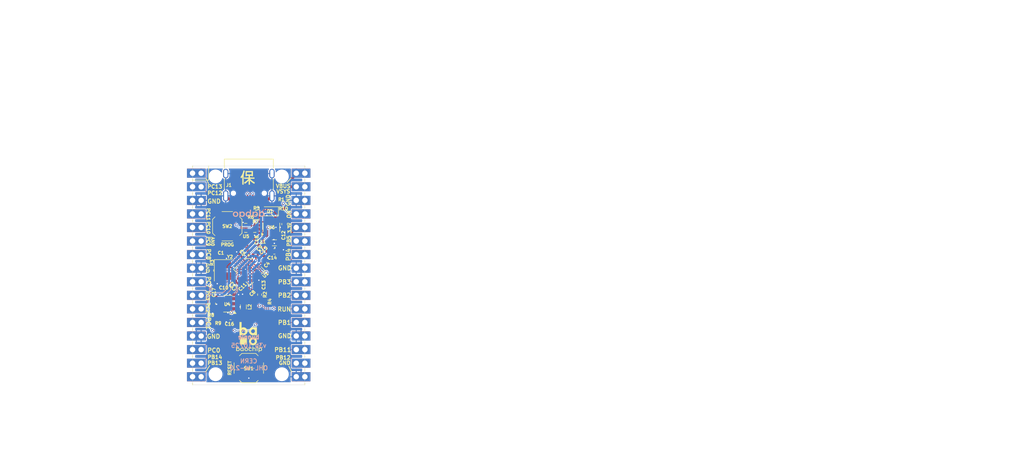
<source format=kicad_pcb>
(kicad_pcb (version 20241229) (generator "pcbnew") (generator_version "9.0")
  (layers (0 "F.Cu" signal) (2 "B.Cu" signal) (13 "F.Paste" user) (15 "B.Paste" user) (5 "F.SilkS" user "F.Silkscreen") (7 "B.SilkS" user "B.Silkscreen") (1 "F.Mask" user) (3 "B.Mask" user) (25 "Edge.Cuts" user))
  (net 0 "")
  (net 1 "GND")
  (net 2 "/XI_48M")
  (net 3 "+3.3V")
  (net 4 "/2.5V")
  (net 5 "/XO_48M")
  (net 6 "/VSYS")
  (net 7 "/RST_N")
  (net 8 "VBUS")
  (net 10 "/USBC_P")
  (net 13 "/USBC_N")
  (net 14 "/USBC_CC1")
  (net 15 "Net-(R2-Pad1)")
  (net 16 "/EN")
  (net 17 "/PB12")
  (net 19 "/PC8")
  (net 20 "/PC13")
  (net 21 "/PB3")
  (net 22 "/PC7")
  (net 23 "/PC0")
  (net 24 "/PC2")
  (net 25 "/PB4")
  (net 28 "/PB14")
  (net 29 "/PB13")
  (net 31 "/PC9")
  (net 32 "/PB1")
  (net 33 "/PC3")
  (net 36 "/PC10")
  (net 37 "/PB2")
  (net 39 "/PC1")
  (net 41 "/PC11")
  (net 42 "/PC12")
  (net 43 "/PB5")
  (net 45 "/PB11")
  (net 49 "Net-(U6-SW)")
  (net 58 "+0.9V")
  (net 60 "/USBCONN_P")
  (net 61 "/USBCONN_N")
  (net 62 "Net-(U4-SW)")
  (net 63 "/FB_3.3V")
  (net 64 "/FB_0.85V")
  (footprint "Inductor_SMD:L_0805_2012Metric" (layer "F.Cu") (at 131 85.9 -90)
    (property "Reference" "L2")
    (property "Value" "2.2uH MGFL2012F2R2MT-LF")
  )
  (footprint "Capacitor_SMD:C_0201_0603Metric" (layer "F.Cu") (at 133.575 76.325 45)
    (property "Reference" "C15")
    (property "Value" "2.2uF, 6.3V, X5R" (hide yes))
  )
  (footprint "Capacitor_SMD:C_0201_0603Metric" (layer "F.Cu") (at 131.3 82.575 -135)
    (property "Reference" "C11")
    (property "Value" "1.0uF, 10V, X5R" (hide yes))
  )
  (footprint "common:Dabao_Vendor_Substrate" (layer "F.Cu") (at 132 85)
    (property "Reference" "U3" (hide yes))
    (property "Value" "Baochip" (hide yes))
  )
  (footprint "Resistor_SMD:R_0201_0603Metric" (layer "F.Cu") (at 138.3 68.5 180)
    (property "Reference" "R10")
    (property "Value" "10k, 1%")
  )
  (footprint "Capacitor_SMD:C_0201_0603Metric" (layer "F.Cu") (at 134.1 71.72 -90)
    (property "Reference" "C18")
    (property "Value" "0.1uF, 10V, X5R" (hide yes))
  )
  (footprint "Capacitor_SMD:C_0201_0603Metric" (layer "F.Cu") (at 126.925 76.6)
    (property "Reference" "C1")
    (property "Value" "12pF C0G" (hide yes))
  )
  (footprint "Resistor_SMD:R_0402_1005Metric" (layer "F.Cu") (at 133.4 68.25 180)
    (property "Reference" "R5")
    (property "Value" "5.1k, 1%" (hide yes))
  )
  (footprint "Resistor_SMD:R_0201_0603Metric" (layer "F.Cu") (at 126.2 88.1)
    (property "Reference" "R9")
    (property "Value" "43.2k, 1%")
  )
  (footprint "LOGO" (layer "F.Cu") (at 131.8 61.7)
    (property "Reference" "G***" (hide yes))
    (property "Value" "LOGO" (hide yes))
  )
  (footprint "Capacitor_SMD:C_0201_0603Metric" (layer "F.Cu") (at 127.15 81.5)
    (property "Reference" "C10")
    (property "Value" "12pF C0G" (hide yes))
  )
  (footprint "common:USB_C_Receptacle_HRO_TYPE-C-31-M-12" (layer "F.Cu") (at 132.025 62.015 180)
    (property "Reference" "J1")
    (property "Value" "USB_C_Receptacle_USB2.0_16P" (hide yes))
  )
  (footprint "common:IRIS fiducial 0.4mm" (layer "F.Cu") (at 132.453553 74.120963 45)
    (property "Reference" "FID2" (hide yes))
    (property "Value" "Fiducial" (hide yes))
  )
  (footprint "Resistor_SMD:R_0201_0603Metric" (layer "F.Cu") (at 134.1 70.3 90)
    (property "Reference" "R7")
    (property "Value" "453k, 1%")
  )
  (footprint "MountingHole:MountingHole_2.2mm_M2_DIN965" (layer "F.Cu") (at 138.2 61.475)
    (property "Reference" "H2" (hide yes))
    (property "Value" "MountingHole" (hide yes))
  )
  (footprint "Resistor_SMD:R_0402_1005Metric" (layer "F.Cu") (at 134.05 83.6 -90)
    (property "Reference" "R2")
    (property "Value" "100 ohm" (hide yes))
  )
  (footprint "Capacitor_SMD:C_0201_0603Metric" (layer "F.Cu") (at 134.825 77.475 45)
    (property "Reference" "C4")
    (property "Value" "0.1uF, 10V, X5R" (hide yes))
  )
  (footprint "Resistor_SMD:R_0201_0603Metric" (layer "F.Cu") (at 136.7 84.9 -90)
    (property "Reference" "R4")
    (property "Value" "10k, 1%" (hide yes))
  )
  (footprint "common:IRIS fiducial 0.4mm" (layer "F.Cu") (at 131.746447 83.879036 45)
    (property "Reference" "FID1" (hide yes))
    (property "Value" "Fiducial" (hide yes))
  )
  (footprint "common:IRIS fiducial2 0.4mm" (layer "F.Cu") (at 136.979038 78.646448 45)
    (property "Reference" "FID3" (hide yes))
    (property "Value" "Fiducial" (hide yes))
  )
  (footprint "Capacitor_SMD:C_0201_0603Metric" (layer "F.Cu") (at 130.3 81.3 -135)
    (property "Reference" "C7")
    (property "Value" "0.1uF, 10V, X5R" (hide yes))
  )
  (footprint "MountingHole:MountingHole_2.2mm_M2_DIN965" (layer "F.Cu") (at 125.8 61.475)
    (property "Reference" "H1" (hide yes))
    (property "Value" "MountingHole" (hide yes))
  )
  (footprint "Resistor_SMD:R_0201_0603Metric" (layer "F.Cu") (at 126.2 87.4 180)
    (property "Reference" "R8")
    (property "Value" "100k, 1%")
  )
  (footprint "Capacitor_SMD:C_0603_1608Metric" (layer "F.Cu") (at 136.8 75.5)
    (property "Reference" "C14")
    (property "Value" "10uF, 25V, X5R" (hide yes))
  )
  (footprint "Capacitor_SMD:C_0201_0603Metric" (layer "F.Cu") (at 131.8 83.075 -135)
    (property "Reference" "C8")
    (property "Value" "0.1uF, 10V, X5R" (hide yes))
  )
  (footprint "Diode_SMD:D_SOD-323" (layer "F.Cu") (at 135.95 68 180)
    (property "Reference" "D1")
    (property "Value" "1N5819WS" (hide yes))
  )
  (footprint "common:SW_Push_1P1T_XKB_TS-1187A" (layer "F.Cu") (at 132.025 97.35 180)
    (property "Reference" "SW1")
    (property "Value" "SW_Push" (hide yes))
  )
  (footprint "Capacitor_SMD:C_0201_0603Metric" (layer "F.Cu") (at 129.8 80.8 -135)
    (property "Reference" "C2")
    (property "Value" "1.0uF, 10V, X5R" (hide yes))
  )
  (footprint "common:SW_Push_1P1T_XKB_TS-1187A" (layer "F.Cu") (at 128 70.8 -90)
    (property "Reference" "SW2")
    (property "Value" "SW_Push" (hide yes))
  )
  (footprint "LOGO" (layer "F.Cu") (at 132.05 91.6)
    (property "Reference" "G***" (hide yes))
    (property "Value" "LOGO" (hide yes))
  )
  (footprint "Capacitor_SMD:C_0603_1608Metric" (layer "F.Cu") (at 128.6 87.8 180)
    (property "Reference" "C16")
    (property "Value" "10uF, 25V, X5R")
  )
  (footprint "Capacitor_SMD:C_0201_0603Metric" (layer "F.Cu") (at 133.9 81.9 90)
    (property "Reference" "C13")
    (property "Value" "0.1uF, 10V, X5R" (hide yes))
  )
  (footprint "Capacitor_SMD:C_0201_0603Metric" (layer "F.Cu") (at 130.425 76.275 135)
    (property "Reference" "C5")
    (property "Value" "2.2uF, 6.3V, X5R" (hide yes))
  )
  (footprint "Inductor_SMD:L_0805_2012Metric" (layer "F.Cu") (at 136.8 73.9 180)
    (property "Reference" "L1")
    (property "Value" "2.2uH MGFL2012F2R2MT-LF")
  )
  (footprint "common:WLCSP-71_9x8_4.062x3.762mm" (layer "F.Cu") (at 132.1 79 -45)
    (property "Reference" "U1")
    (property "Value" "baochip1x" (hide yes))
  )
  (footprint "Crystal:Crystal_SMD_3225-4Pin_3.2x2.5mm" (layer "F.Cu") (at 127.225 79.05 -90)
    (property "Reference" "Y2")
    (property "Value" "48.000MHz" (hide yes))
  )
  (footprint "Resistor_SMD:R_0402_1005Metric" (layer "F.Cu") (at 125.05 79.075 90)
    (property "Reference" "R3")
    (property "Value" "4.7M" (hide yes))
  )
  (footprint "Resistor_SMD:R_0201_0603Metric" (layer "F.Cu") (at 138.1 65.1 180)
    (property "Reference" "R1")
    (property "Value" "10k, 1%" (hide yes))
  )
  (footprint "Package_TO_SOT_SMD:SOT-23-5" (layer "F.Cu") (at 128.1 85.3 180)
    (property "Reference" "U4")
    (property "Value" "MT3406")
  )
  (footprint "MountingHole:MountingHole_2.2mm_M2_DIN965" (layer "F.Cu") (at 125.8 98.5)
    (property "Reference" "H3" (hide yes))
    (property "Value" "MountingHole" (hide yes))
  )
  (footprint "Resistor_SMD:R_0201_0603Metric" (layer "F.Cu") (at 133.6 69.1 180)
    (property "Reference" "R6")
    (property "Value" "100k, 1%" (hide yes))
  )
  (footprint "Capacitor_SMD:C_0201_0603Metric" (layer "F.Cu") (at 133.05 75.8 45)
    (property "Reference" "C9")
    (property "Value" "2.2uF, 6.3V, X5R" (hide yes))
  )
  (footprint "common:QFN-10_1.4x1.8_Pitch0.4mm" (layer "F.Cu") (at 132.3 71.11 -90)
    (property "Reference" "U5")
    (property "Value" "EMS4000RSW" (hide yes))
  )
  (footprint "MountingHole:MountingHole_2.2mm_M2_DIN965" (layer "F.Cu") (at 138.2 98.5)
    (property "Reference" "H4" (hide yes))
    (property "Value" "MountingHole" (hide yes))
  )
  (footprint "Package_TO_SOT_SMD:SOT-23-5" (layer "F.Cu") (at 136.250001 71 90)
    (property "Reference" "U6")
    (property "Value" "MT3406")
  )
  (footprint "Capacitor_SMD:C_0603_1608Metric" (layer "F.Cu") (at 138.7 70.4 -90)
    (property "Reference" "C12")
    (property "Value" "10uF, 25V, X5R" (hide yes))
  )
  (footprint "Capacitor_SMD:C_0603_1608Metric" (layer "F.Cu") (at 125.3 85.3 -90)
    (property "Reference" "C17")
    (property "Value" "10uF, 25V, X5R")
  )
  (footprint "LOGO" (layer "B.Cu") (at 132 68.5 180)
    (property "Reference" "G***" (hide yes))
    (property "Value" "LOGO" (hide yes))
  )
  (gr_line (start 139.5 97) (end 140 98) (stroke (width 0.15)) (layer "F.SilkS"))
  (gr_line (start 124.5 62.8) (end 124 61.8) (stroke (width 0.15)) (layer "F.SilkS"))
  (gr_line (start 139.2 62.6) (end 139.9 61.8) (stroke (width 0.15)) (layer "F.SilkS"))
  (gr_line (start 124.7 96.9) (end 124 98) (stroke (width 0.15)) (layer "F.SilkS"))
  (gr_line (start 142.5 59.5) (end 121.5 59.5) (stroke (width 0.05)) (layer "Edge.Cuts"))
  (gr_line (start 121.5 59.5) (end 121.5 100.5) (stroke (width 0.05)) (layer "Edge.Cuts"))
  (gr_line (start 121.5 100.5) (end 142.5 100.5) (stroke (width 0.05)) (layer "Edge.Cuts"))
  (gr_line (start 142.5 100.5) (end 142.5 59.5) (stroke (width 0.05)) (layer "Edge.Cuts"))
  (gr_text "GND" (at 139.9 96.8 0) (layer "F.SilkS") (effects (font (size 0.7 0.7) (thickness 0.16) (bold yes)) (justify right bottom)))
  (gr_text "PC10\n" (at 124.1 69.83 270) (layer "F.SilkS") (effects (font (size 0.6 0.6) (thickness 0.16) (bold yes)) (justify left bottom)))
  (gr_text "PC11" (at 124.1 67.3 270) (layer "F.SilkS") (effects (font (size 0.6 0.6) (thickness 0.16) (bold yes)) (justify left bottom)))
  (gr_text "PB3" (at 137.4 81.7 0) (layer "F.SilkS") (effects (font (size 0.8 0.8) (thickness 0.16) (bold yes)) (justify left bottom)))
  (gr_text "PB11\n" (at 136.7 94.4 0) (layer "F.SilkS") (effects (font (size 0.8 0.8) (thickness 0.16) (bold yes)) (justify left bottom)))
  (gr_text "PB12" (at 139.9 95.8 0) (layer "F.SilkS") (effects (font (size 0.7 0.7) (thickness 0.16) (bold yes)) (justify right bottom)))
  (gr_text "3.3V" (at 140 72.2 90) (layer "F.SilkS") (effects (font (size 0.6 0.6) (thickness 0.16) (bold yes)) (justify left bottom)))
  (gr_text "PB13\n" (at 124.2 96.8 0) (layer "F.SilkS") (effects (font (size 0.7 0.7) (thickness 0.16) (bold yes)) (justify left bottom)))
  (gr_text "PC13" (at 124.2 63.8 0) (layer "F.SilkS") (effects (font (size 0.7 0.7) (thickness 0.16) (bold yes)) (justify left bottom)))
  (gr_text "RESET" (at 128.8 98.8 90) (layer "F.SilkS") (effects (font (size 0.6 0.6) (thickness 0.16) (bold yes)) (justify left bottom)))
  (gr_text "PC9\n" (at 124.1 72.62 270) (layer "F.SilkS") (effects (font (size 0.6 0.6) (thickness 0.16) (bold yes)) (justify left bottom)))
  (gr_text "GND" (at 137.4 91.8 0) (layer "F.SilkS") (effects (font (size 0.8 0.8) (thickness 0.16) (bold yes)) (justify left bottom)))
  (gr_text "PB5" (at 139.94 74.69 90) (layer "F.SilkS") (effects (font (size 0.7 0.7) (thickness 0.16) (bold yes)) (justify left bottom)))
  (gr_text "GND" (at 124.03 79.64 270) (layer "F.SilkS") (effects (font (size 0.5 0.6) (thickness 0.16) (bold yes)) (justify right bottom)))
  (gr_text "PB4" (at 139.9 77.4 90) (layer "F.SilkS") (effects (font (size 0.8 0.8) (thickness 0.16) (bold yes)) (justify left bottom)))
  (gr_text "PC7\n" (at 124.1 80.1 270) (layer "F.SilkS") (effects (font (size 0.7 0.7) (thickness 0.16) (bold yes)) (justify left bottom)))
  (gr_text "PC3\n" (at 124 82.8 270) (layer "F.SilkS") (effects (font (size 0.6 0.6) (thickness 0.16) (bold yes)) (justify left bottom)))
  (gr_text "RUN" (at 137.3 86.8 0) (layer "F.SilkS") (effects (font (size 0.8 0.8) (thickness 0.16) (bold yes)) (justify left bottom)))
  (gr_text "VBUS" (at 137 63.7 0) (layer "F.SilkS") (effects (font (size 0.7 0.7) (thickness 0.16) (bold yes)) (justify left bottom)))
  (gr_text "GND" (at 139.8 67.1 90) (layer "F.SilkS") (effects (font (size 0.7 0.7) (thickness 0.16) (bold yes)) (justify left bottom)))
  (gr_text "PC1\n" (at 124 87.7 270) (layer "F.SilkS") (effects (font (size 0.8 0.8) (thickness 0.16) (bold yes)) (justify left bottom)))
  (gr_text "GND" (at 124.2 66.6 0) (layer "F.SilkS") (effects (font (size 0.8 0.8) (thickness 0.16) (bold yes)) (justify left bottom)))
  (gr_text "VSYS" (at 137.1 64.7 0) (layer "F.SilkS") (effects (font (size 0.7 0.7) (thickness 0.16) (bold yes)) (justify left bottom)))
  (gr_text "ON" (at 139.96 69.4 90) (layer "F.SilkS") (effects (font (size 0.7 0.7) (thickness 0.16) (bold yes)) (justify left bottom)))
  (gr_text "PC2\n" (at 124 85.1 270) (layer "F.SilkS") (effects (font (size 0.6 0.6) (thickness 0.16) (bold yes)) (justify left bottom)))
  (gr_text "PB14\n" (at 124.2 95.7 0) (layer "F.SilkS") (effects (font (size 0.7 0.7) (thickness 0.16) (bold yes)) (justify left bottom)))
  (gr_text "PC0\n" (at 124.2 94.5 0) (layer "F.SilkS") (effects (font (size 0.8 0.8) (thickness 0.16) (bold yes)) (justify left bottom)))
  (gr_text "PC8\n" (at 124.1 74.9 270) (layer "F.SilkS") (effects (font (size 0.7 0.7) (thickness 0.16) (bold yes)) (justify left bottom)))
  (gr_text "GND" (at 137.4 79.1 0) (layer "F.SilkS") (effects (font (size 0.8 0.8) (thickness 0.16) (bold yes)) (justify left bottom)))
  (gr_text "PB2" (at 137.4 84.2 0) (layer "F.SilkS") (effects (font (size 0.8 0.8) (thickness 0.16) (bold yes)) (justify left bottom)))
  (gr_text "PB1\n" (at 137.4 89.3 0) (layer "F.SilkS") (effects (font (size 0.8 0.8) (thickness 0.16) (bold yes)) (justify left bottom)))
  (gr_text "PROG" (at 126.7 74.6 0) (layer "F.SilkS") (effects (font (size 0.6 0.6) (thickness 0.15) (bold yes)) (justify left bottom)))
  (gr_text "GND" (at 124.1 91.9 0) (layer "F.SilkS") (effects (font (size 0.8 0.8) (thickness 0.16) (bold yes)) (justify left bottom)))
  (gr_text "PC12" (at 124.2 65 0) (layer "F.SilkS") (effects (font (size 0.7 0.7) (thickness 0.16) (bold yes)) (justify left bottom)))
  (gr_text "AN0" (at 124.9 72.7 270) (layer "F.SilkS") (effects (font (size 0.6 0.6) (thickness 0.15) (bold yes)) (justify left bottom)))
  (gr_text "CERN\nOHL-W-2.0" (at 132 97.8 0) (layer "B.SilkS") (effects (font (size 0.8 0.8) (thickness 0.15) (bold yes)) (justify bottom mirror)))
  (gr_text "v3b 10/25" (at 132 93.6 0) (layer "B.SilkS") (effects (font (size 0.8 0.8) (thickness 0.15) (bold yes)) (justify bottom mirror)))
  (gr_text "bunnie" (at 132 92 0) (layer "B.SilkS") (effects (font (size 0.8 0.8) (thickness 0.2) (bold yes)) (justify bottom mirror)))
  (segment (start 133.1 72.5) (end 133.5 72.1) (width 0.15) (layer "F.Cu") (net 1))
  (segment (start 129.2 78.5) (end 128.625 78.5) (width 0.2) (layer "F.Cu") (net 1))
  (segment (start 133.801274 76.098726) (end 133.551274 75.848726) (width 0.2) (layer "F.Cu") (net 1))
  (segment (start 136.5 71) (end 136.250001 71.249999) (width 0.5) (layer "F.Cu") (net 1))
  (segment (start 126.075 85.3) (end 128.1 85.3) (width 0.5) (layer "F.Cu") (net 1))
  (segment (start 126.375 80.15) (end 126.375 81.045) (width 0.1) (layer "F.Cu") (net 1))
  (segment (start 135.75 65.715) (end 136.345 65.12) (width 0.5) (layer "F.Cu") (net 1))
  (segment (start 130.59 71.11) (end 130.58 71.1) (width 0.15) (layer "F.Cu") (net 1))
  (segment (start 127.825 87.8) (end 127.825 88.675) (width 0.5) (layer "F.Cu") (net 1))
  (segment (start 132.154657 78.379657) (end 132.075 78.3) (width 0.2) (layer "F.Cu") (net 1))
  (segment (start 128.1 85.3) (end 129.2375 85.3) (width 0.5) (layer "F.Cu") (net 1))
  (segment (start 130.76 71.51) (end 131.5 71.51) (width 0.15) (layer "F.Cu") (net 1))
  (segment (start 133.1 71.64) (end 133.5 72.04) (width 0.15) (layer "F.Cu") (net 1))
  (segment (start 134.15 68.25) (end 133.909999 68.25) (width 0.2) (layer "F.Cu") (net 1))
  (segment (start 131.299363 83.075637) (end 130.850637 83.524363) (width 0.2) (layer "F.Cu") (net 1))
  (segment (start 128.675 66.475) (end 128.675 65.715) (width 0.1) (layer "F.Cu") (net 1))
  (segment (start 130.775 83.6) (end 130.850637 83.524363) (width 0.5) (layer "F.Cu") (net 1))
  (segment (start 133.551274 75.848726) (end 133.276274 75.573726) (width 0.2) (layer "F.Cu") (net 1))
  (segment (start 126.5025 81.1725) (end 126.83 81.5) (width 0.1) (layer "F.Cu") (net 1))
  (segment (start 135.375 65.715) (end 135.75 65.715) (width 0.5) (layer "F.Cu") (net 1))
  (segment (start 128.075 77.95) (end 128.075 77.05) (width 0.1) (layer "F.Cu") (net 1))
  (segment (start 125.88 87.4) (end 125.5 87.4) (width 0.15) (layer "F.Cu") (net 1))
  (segment (start 131.958579 78.010051) (end 131.958579 77.444365) (width 0.1) (layer "F.Cu") (net 1))
  (segment (start 128.1 85.3) (end 128.1 87.525) (width 0.5) (layer "F.Cu") (net 1))
  (segment (start 127.625 76.6) (end 127.245 76.6) (width 0.1) (layer "F.Cu") (net 1))
  (segment (start 131.500001 71.11) (end 130.59 71.11) (width 0.15) (layer "F.Cu") (net 1))
  (segment (start 133.5 72.04) (end 134.1 72.04) (width 0.15) (layer "F.Cu") (net 1))
  (segment (start 129.2375 85.3) (end 129.8 85.3) (width 0.5) (layer "F.Cu") (net 1))
  (segment (start 128.5 83.6) (end 130.775 83.6) (width 0.5) (layer "F.Cu") (net 1))
  (segment (start 125.2 87.1) (end 125.3 87) (width 0.15) (layer "F.Cu") (net 1))
  (segment (start 125.3 87) (end 125.3 86.075) (width 0.15) (layer "F.Cu") (net 1))
  (segment (start 129.8 73.875) (end 129.8 75.55) (width 0.1) (layer "F.Cu") (net 1))
  (segment (start 133.28 69.1) (end 133.28 68.879999) (width 0.2) (layer "F.Cu") (net 1))
  (segment (start 131.5 70.71) (end 130.97 70.71) (width 0.15) (layer "F.Cu") (net 1))
  (segment (start 130.58 70.88) (end 130.58 71.1) (width 0.15) (layer "F.Cu") (net 1))
  (segment (start 133.5 72.1) (end 133.5 72.04) (width 0.15) (layer "F.Cu") (net 1))
  (segment (start 129.8 85.3) (end 130.4 85.9) (width 0.5) (layer "F.Cu") (net 1))
  (segment (start 135.4 68.8) (end 134.7 68.8) (width 0.2) (layer "F.Cu") (net 1))
  (segment (start 125.5 87.4) (end 125.2 87.1) (width 0.15) (layer "F.Cu") (net 1))
  (segment (start 131.348726 83.126274) (end 131.098726 82.876274) (width 0.2) (layer "F.Cu") (net 1))
  (segment (start 134.0375 75.3625) (end 134.0375 74.5375) (width 0.5) (layer "F.Cu") (net 1))
  (segment (start 128.675 65.715) (end 128.3 65.715) (width 0.5) (layer "F.Cu") (net 1))
  (segment (start 133.909999 67.310001) (end 133.92 67.3) (width 0.2) (layer "F.Cu") (net 1))
  (segment (start 131.966736 78.567579) (end 131.966736 78.018208) (width 0.15) (layer "F.Cu") (net 1))
  (segment (start 133.909999 68.25) (end 133.909999 67.310001) (width 0.2) (layer "F.Cu") (net 1))
  (segment (start 129.8 75.55) (end 129.75 75.6) (width 0.1) (layer "F.Cu") (net 1))
  (segment (start 131.675736 79.424264) (end 131.392893 79.141421) (width 0.15) (layer "F.Cu") (net 1))
  (segment (start 126.375 81.045) (end 126.5025 81.1725) (width 0.1) (layer "F.Cu") (net 1))
  (segment (start 132.154657 78.379657) (end 131.958579 78.575736) (width 0.2) (layer "F.Cu") (net 1))
  (segment (start 129.811226 81.263774) (end 129.325 81.75) (width 0.2) (layer "F.Cu") (net 1))
  (segment (start 130.907305 75.907305) (end 130.340147 75.907305) (width 0.2) (layer "F.Cu") (net 1))
  (segment (start 130.58 71.1) (end 130.58 71.33) (width 0.15) (layer "F.Cu") (net 1))
  (segment (start 134.399 75.999) (end 134.399 75.7) (width 0.4) (layer "F.Cu") (net 1))
  (segment (start 130.770001 83.604999) (end 130.850637 83.524363) (width 0.2) (layer "F.Cu") (net 1))
  (segment (start 129.57 67.37) (end 128.675 66.475) (width 0.1) (layer "F.Cu") (net 1))
  (segment (start 135.051274 77.248726) (end 135.55 76.75) (width 0.2) (layer "F.Cu") (net 1))
  (segment (start 136.250001 71.249999) (end 136.250001 72.1375) (width 0.5) (layer "F.Cu") (net 1))
  (segment (start 132.025 99.225) (end 135.025 99.225) (width 0.1) (layer "F.Cu") (net 1))
  (segment (start 130.198726 76.048726) (end 129.75 75.6) (width 0.2) (layer "F.Cu") (net 1))
  (segment (start 137.575 75.5) (end 138.2 75.5) (width 0.5) (layer "F.Cu") (net 1))
  (segment (start 130.97 70.71) (end 130.75 70.71) (width 0.15) (layer "F.Cu") (net 1))
  (segment (start 128.075 77.055) (end 127.84 76.82) (width 0.2) (layer "F.Cu") (net 1))
  (segment (start 137.605 65.1) (end 136.715 65.1) (width 0.15) (layer "F.Cu") (net 1))
  (segment (start 138.2 75.5) (end 138.7 75) (width 0.5) (layer "F.Cu") (net 1))
  (segment (start 128.1 87.525) (end 127.825 87.8) (width 0.5) (layer "F.Cu") (net 1))
  (segment (start 133.9 81.58) (end 133.9 80.9) (width 0.1) (layer "F.Cu") (net 1))
  (segment (start 131.94 78.858579) (end 131.958579 78.84) (width 0.12) (layer "F.Cu") (net 1))
  (segment (start 130.58 71.33) (end 130.76 71.51) (width 0.15) (layer "F.Cu") (net 1))
  (segment (start 131.3 76.3) (end 130.907305 75.907305) (width 0.2) (layer "F.Cu") (net 1))
  (segment (start 128.3 65.715) (end 127.705 65.12) (width 0.5) (layer "F.Cu") (net 1))
  (segment (start 128.1 84) (end 128.5 83.6) (width 0.5) (layer "F.Cu") (net 1))
  (segment (start 134.375 75.7) (end 134.0375 75.3625) (width 0.4) (layer "F.Cu") (net 1))
  (segment (start 130.340147 75.907305) (end 130.198726 76.048726) (width 0.2) (layer "F.Cu") (net 1))
  (segment (start 133.1 71.51) (end 133.1 71.64) (width 0.15) (layer "F.Cu") (net 1))
  (segment (start 137.575 75.5) (end 136.8 74.725) (width 0.5) (layer "F.Cu") (net 1))
  (segment (start 135.2 76.4) (end 134.8 76.4) (width 0.4) (layer "F.Cu") (net 1))
  (segment (start 136.8 73.4) (end 136.250001 72.850001) (width 0.5) (layer "F.Cu") (net 1))
  (segment (start 131.94 78.858579) (end 132.241421 78.858579) (width 0.12) (layer "F.Cu") (net 1))
  (segment (start 132.241421 78.292893) (end 132.154657 78.379657) (width 0.2) (layer "F.Cu") (net 1))
  (segment (start 126.5025 81.1725) (end 126.125 81.55) (width 0.1) (layer "F.Cu") (net 1))
  (segment (start 133.1 73.6) (end 133.1 72.5) (width 0.5) (layer "F.Cu") (net 1))
  (segment (start 132.524264 78.575736) (end 132.241421 78.292893) (width 0.15) (layer "F.Cu") (net 1))
  (segment (start 131.675736 78.858579) (end 131.94 78.858579) (width 0.12) (layer "F.Cu") (net 1))
  (segment (start 138.525 71) (end 136.5 71) (width 0.5) (layer "F.Cu") (net 1))
  (segment (start 136.250001 72.850001) (end 136.250001 72.1375) (width 0.5) (layer "F.Cu") (net 1))
  (segment (start 134.8 76.4) (end 134.399 75.999) (width 0.4) (layer "F.Cu") (net 1))
  (segment (start 129.025 99.225) (end 132.025 99.225) (width 0.1) (layer "F.Cu") (net 1))
  (segment (start 131.598726 83.376274) (end 131.348726 83.126274) (width 0.2) (layer "F.Cu") (net 1))
  (segment (start 129.573726 81.026274) (end 129.811226 81.263774) (width 0.2) (layer "F.Cu") (net 1))
  (segment (start 128.625 78.5) (end 128.075 77.95) (width 0.2) (layer "F.Cu") (net 1))
  (segment (start 138.7 75) (end 138.7 71.175) (width 0.5) (layer "F.Cu") (net 1))
  (segment (start 131.958579 78.84) (end 131.958579 78.575736) (width 0.12) (layer "F.Cu") (net 1))
  (segment (start 134.0375 74.5375) (end 133.1 73.6) (width 0.5) (layer "F.Cu") (net 1))
  (segment (start 130.75 70.71) (end 130.58 70.88) (width 0.15) (layer "F.Cu") (net 1))
  (segment (start 128.1 85.3) (end 128.1 84) (width 0.5) (layer "F.Cu") (net 1))
  (segment (start 130.97 70.71) (end 130.97 70.08) (width 0.15) (layer "F.Cu") (net 1))
  (segment (start 132.241421 78.858579) (end 132.524264 78.575736) (width 0.15) (layer "F.Cu") (net 1))
  (segment (start 133.28 68.879999) (end 133.909999 68.25) (width 0.2) (layer "F.Cu") (net 1))
  (segment (start 135.55 76.75) (end 135.2 76.4) (width 0.4) (layer "F.Cu") (net 1))
  (segment (start 128.075 77.95) (end 128.075 77.055) (width 0.2) (layer "F.Cu") (net 1))
  (segment (start 128.075 77.05) (end 127.625 76.6) (width 0.1) (layer "F.Cu") (net 1))
  (segment (start 133.551274 75.848726) (end 134.0375 75.3625) (width 0.2) (layer "F.Cu") (net 1))
  (segment (start 129.811226 81.263774) (end 130.073726 81.526274) (width 0.2) (layer "F.Cu") (net 1))
  (segment (start 136.8 74.725) (end 136.8 73.4) (width 0.5) (layer "F.Cu") (net 1))
  (segment (start 125.3 86.075) (end 126.075 85.3) (width 0.5) (layer "F.Cu") (net 1))
  (segment (start 134.7 68.8) (end 134.15 68.25) (width 0.2) (layer "F.Cu") (net 1))
  (segment (start 131.958579 78.010051) (end 132.241421 78.292893) (width 0.2) (layer "F.Cu") (net 1))
  (via (at 130.96 70.09) (size 0.5) (drill 0.25) (layers "F.Cu" "B.Cu") (net 1))
  (via (at 129.325 81.75) (size 0.5) (drill 0.25) (layers "F.Cu" "B.Cu") (net 1))
  (via (at 136.9 74.8) (size 0.5) (drill 0.25) (layers "F.Cu" "B.Cu") (net 1))
  (via (at 133.91 67.28) (size 0.5) (drill 0.25) (layers "F.Cu" "B.Cu") (net 1))
  (via (at 128.5 83.6) (size 0.5) (drill 0.25) (layers "F.Cu" "B.Cu") (net 1))
  (via (at 129.75 75.6) (size 0.5) (drill 0.25) (layers "F.Cu" "B.Cu") (net 1))
  (via (at 134.0375 75.3625) (size 0.5) (drill 0.25) (layers "F.Cu" "B.Cu") (net 1))
  (via (at 138.5 75.2) (size 0.5) (drill 0.25) (layers "F.Cu" "B.Cu") (net 1))
  (via (at 126 85.4) (size 0.5) (drill 0.25) (layers "F.Cu" "B.Cu") (net 1))
  (via (at 136.7 73.3) (size 0.5) (drill 0.25) (layers "F.Cu" "B.Cu") (net 1))
  (via (at 136.8 74) (size 0.5) (drill 0.25) (layers "F.Cu" "B.Cu") (net 1))
  (via (at 138.7 72) (size 0.5) (drill 0.25) (layers "F.Cu" "B.Cu") (net 1))
  (via (at 129.2 78.5) (size 0.5) (drill 0.25) (layers "F.Cu" "B.Cu") (net 1))
  (via (at 133.558587 74.058587) (size 0.5) (drill 0.25) (layers "F.Cu" "B.Cu") (net 1))
  (via (at 130.4 85.9) (size 0.5) (drill 0.25) (layers "F.Cu" "B.Cu") (net 1))
  (via (at 130.850637 83.524363) (size 0.5) (drill 0.25) (layers "F.Cu" "B.Cu") (net 1))
  (via (at 137.9 71) (size 0.5) (drill 0.25) (layers "F.Cu" "B.Cu") (net 1))
  (via (at 136.4 71.1) (size 0.5) (drill 0.25) (layers "F.Cu" "B.Cu") (net 1))
  (via (at 125.2 87.1) (size 0.5) (drill 0.25) (layers "F.Cu" "B.Cu") (net 1))
  (via (at 128.1 87) (size 0.5) (drill 0.25) (layers "F.Cu" "B.Cu") (net 1))
  (via (at 131.3 76.3) (size 0.5) (drill 0.25) (layers "F.Cu" "B.Cu") (net 1))
  (via (at 130.1 83.6) (size 0.5) (drill 0.25) (layers "F.Cu" "B.Cu") (net 1))
  (via (at 132.025 99.225) (size 0.5) (drill 0.25) (layers "F.Cu" "B.Cu") (net 1))
  (via (at 128.1 85.3) (size 0.5) (drill 0.25) (layers "F.Cu" "B.Cu") (net 1))
  (via (at 131.392893 78.858579) (size 0.4) (drill 0.2) (layers "F.Cu" "B.Cu") (net 1))
  (via (at 135.4 68.8) (size 0.5) (drill 0.25) (layers "F.Cu" "B.Cu") (net 1))
  (via (at 137.1 71) (size 0.5) (drill 0.25) (layers "F.Cu" "B.Cu") (net 1))
  (via (at 133.9 80.9) (size 0.5) (drill 0.25) (layers "F.Cu" "B.Cu") (net 1))
  (via (at 127.84 76.82) (size 0.5) (drill 0.25) (layers "F.Cu" "B.Cu") (net 1))
  (via (at 127.8 88.7) (size 0.5) (drill 0.25) (layers "F.Cu" "B.Cu") (net 1))
  (via (at 135.55 76.75) (size 0.5) (drill 0.25) (layers "F.Cu" "B.Cu") (net 1))
  (via (at 126.125 81.55) (size 0.5) (drill 0.25) (layers "F.Cu" "B.Cu") (net 1))
  (via (at 133.1 72.5) (size 0.5) (drill 0.25) (layers "F.Cu" "B.Cu") (net 1))
  (segment (start 127.45 79.025) (end 126.375 77.95) (width 0.1) (layer "F.Cu") (net 2))
  (segment (start 126.605 77.695) (end 126.605 76.6) (width 0.1) (layer "F.Cu") (net 2))
  (segment (start 125.05 78.565001) (end 125.759999 78.565001) (width 0.1) (layer "F.Cu") (net 2))
  (segment (start 129.812259 79.025) (end 127.45 79.025) (width 0.1) (layer "F.Cu") (net 2))
  (segment (start 129.97868 78.858579) (end 129.812259 79.025) (width 0.1) (layer "F.Cu") (net 2))
  (segment (start 125.759999 78.565001) (end 126.375 77.95) (width 0.1) (layer "F.Cu") (net 2))
  (segment (start 130.026274 80.123726) (end 130.026274 80.573726) (width 0.15) (layer "F.Cu") (net 3))
  (segment (start 136.025 75.5) (end 135.1 75.5) (width 0.5) (layer "F.Cu") (net 3))
  (segment (start 134.1 71.4) (end 134.1 70.62) (width 0.2) (layer "F.Cu") (net 3))
  (segment (start 139.3 72.62) (end 139.3 75.8) (width 0.5) (layer "F.Cu") (net 3))
  (segment (start 130.25 79.9) (end 130.026274 80.123726) (width 0.15) (layer "F.Cu") (net 3))
  (segment (start 133.95 77.75) (end 133.998726 77.701274) (width 0.2) (layer "F.Cu") (net 3))
  (segment (start 130.827208 79.707107) (end 130.673059 79.707107) (width 0.15) (layer "F.Cu") (net 3))
  (segment (start 133.998726 77.701274) (end 134.598726 77.701274) (width 0.2) (layer "F.Cu") (net 3))
  (segment (start 135 74.9) (end 134.7 74.6) (width 0.5) (layer "F.Cu") (net 3))
  (segment (start 132.524264 77.444365) (end 132.675 77.293629) (width 0.2) (layer "F.Cu") (net 3))
  (segment (start 137.025 76.5) (end 136.025 75.5) (width 0.5) (layer "F.Cu") (net 3))
  (segment (start 134.1 71.4) (end 133.81 71.11) (width 0.2) (layer "F.Cu") (net 3))
  (segment (start 136.7 80.8) (end 135.3 79.4) (width 0.1) (layer "F.Cu") (net 3))
  (segment (start 132.675 76.175) (end 132.823726 76.026274) (width 0.2) (layer "F.Cu") (net 3))
  (segment (start 139.3 75.8) (end 138.6 76.5) (width 0.5) (layer "F.Cu") (net 3))
  (segment (start 134.7 71.7) (end 134.7 74.6) (width 0.2) (layer "F.Cu") (net 3))
  (segment (start 135 75.4) (end 135 74.9) (width 0.5) (layer "F.Cu") (net 3))
  (segment (start 130.664902 79.715264) (end 130.434736 79.715264) (width 0.15) (layer "F.Cu") (net 3))
  (segment (start 140.89 71.03) (end 139.3 72.62) (width 0.5) (layer "F.Cu") (net 3))
  (segment (start 135.7375 73.9) (end 135.7375 75.2125) (width 0.5) (layer "F.Cu") (net 3))
  (segment (start 135 75.4) (end 135 75.7) (width 0.5) (layer "F.Cu") (net 3))
  (segment (start 133.81 71.11) (end 133.099999 71.11) (width 0.2) (layer "F.Cu") (net 3))
  (segment (start 130.434736 79.715264) (end 130.25 79.9) (width 0.15) (layer "F.Cu") (net 3))
  (segment (start 135.1 75.5) (end 135 75.4) (width 0.5) (layer "F.Cu") (net 3))
  (segment (start 134.1 71.4) (end 134.4 71.4) (width 0.2) (layer "F.Cu") (net 3))
  (segment (start 132.675 77.293629) (end 132.675 76.175) (width 0.2) (layer "F.Cu") (net 3))
  (segment (start 134.4 71.4) (end 134.7 71.7) (width 0.2) (layer "F.Cu") (net 3))
  (segment (start 130.026274 80.573726) (end 130.526274 81.073726) (width 0.15) (layer "F.Cu") (net 3))
  (segment (start 138.6 76.5) (end 137.025 76.5) (width 0.5) (layer "F.Cu") (net 3))
  (segment (start 133.089949 79.141421) (end 133.372792 78.858579) (width 0.15) (layer "F.Cu") (net 3))
  (segment (start 136.7 84.58) (end 136.7 80.8) (width 0.1) (layer "F.Cu") (net 3))
  (segment (start 135.7375 75.2125) (end 136.025 75.5) (width 0.5) (layer "F.Cu") (net 3))
  (segment (start 130.673059 79.707107) (end 130.664902 79.715264) (width 0.15) (layer "F.Cu") (net 3))
  (via (at 133.95 77.6) (size 0.5) (drill 0.25) (layers "F.Cu" "B.Cu") (net 3))
  (via (at 135 75.7) (size 0.5) (drill 0.25) (layers "F.Cu" "B.Cu") (net 3))
  (via (at 135.3 79.4) (size 0.5) (drill 0.25) (layers "F.Cu" "B.Cu") (net 3))
  (via (at 135 74.9) (size 0.5) (drill 0.25) (layers "F.Cu" "B.Cu") (net 3))
  (via (at 130.25 79.9) (size 0.5) (drill 0.25) (layers "F.Cu" "B.Cu") (net 3))
  (via (at 132.807107 79.141421) (size 0.4) (drill 0.2) (layers "F.Cu" "B.Cu") (net 3))
  (via (at 132.675 76.675) (size 0.5) (drill 0.25) (layers "F.Cu" "B.Cu") (net 3))
  (segment (start 132.675 76.675) (end 132.25 76.675) (width 0.5) (layer "B.Cu") (net 3))
  (segment (start 132.95 76.375) (end 133.45 76.375) (width 0.5) (layer "B.Cu") (net 3))
  (segment (start 130.25 78.575) (end 132.2 76.625) (width 0.5) (layer "B.Cu") (net 3))
  (segment (start 133.45 78.25) (end 133.95 77.75) (width 0.5) (layer "B.Cu") (net 3))
  (segment (start 132.2 76.625) (end 132.45 76.375) (width 0.5) (layer "B.Cu") (net 3))
  (segment (start 132.45 76.375) (end 132.95 76.375) (width 0.5) (layer "B.Cu") (net 3))
  (segment (start 133.955657 76.880657) (end 133.955657 76.844343) (width 0.5) (layer "B.Cu") (net 3))
  (segment (start 132.95 76.375) (end 132.95 76.4) (width 0.5) (layer "B.Cu") (net 3))
  (segment (start 134.6 79.4) (end 133.45 78.25) (width 0.15) (layer "B.Cu") (net 3))
  (segment (start 132.25 76.675) (end 132.2 76.625) (width 0.5) (layer "B.Cu") (net 3))
  (segment (start 132.95 76.4) (end 132.675 76.675) (width 0.5) (layer "B.Cu") (net 3))
  (segment (start 130.25 79.9) (end 130.25 78.575) (width 0.5) (layer "B.Cu") (net 3))
  (segment (start 133.95 77.75) (end 133.955657 77.744343) (width 0.5) (layer "B.Cu") (net 3))
  (segment (start 132.807107 79.141421) (end 132.807107 78.892893) (width 0.5) (layer "B.Cu") (net 3))
  (segment (start 135.3 79.4) (end 134.6 79.4) (width 0.15) (layer "B.Cu") (net 3))
  (segment (start 133.955657 77.744343) (end 133.955657 76.880657) (width 0.5) (layer "B.Cu") (net 3))
  (segment (start 135 75.8) (end 135 74.9) (width 0.5) (layer "B.Cu") (net 3))
  (segment (start 133.955657 76.844343) (end 135 75.8) (width 0.5) (layer "B.Cu") (net 3))
  (segment (start 133.45 76.375) (end 133.955657 76.880657) (width 0.5) (layer "B.Cu") (net 3))
  (segment (start 132.807107 78.892893) (end 133.45 78.25) (width 0.5) (layer "B.Cu") (net 3))
  (segment (start 131.392893 77.444365) (end 130.651274 76.702746) (width 0.2) (layer "F.Cu") (net 4))
  (segment (start 130.651274 76.702746) (end 130.651274 76.501274) (width 0.2) (layer "F.Cu") (net 4))
  (segment (start 127.15 79.05) (end 128.075 79.975) (width 0.1) (layer "F.Cu") (net 5))
  (segment (start 130.261522 79.141421) (end 130.033579 79.141421) (width 0.1) (layer "F.Cu") (net 5))
  (segment (start 128.075 80.15) (end 128.075 81.1) (width 0.1) (layer "F.Cu") (net 5))
  (segment (start 125.05 79.584999) (end 125.584999 79.05) (width 0.1) (layer "F.Cu") (net 5))
  (segment (start 125.584999 79.05) (end 127.15 79.05) (width 0.1) (layer "F.Cu") (net 5))
  (segment (start 130.033579 79.141421) (end 129.025 80.15) (width 0.1) (layer "F.Cu") (net 5))
  (segment (start 128.075 81.1) (end 127.675 81.5) (width 0.1) (layer "F.Cu") (net 5))
  (segment (start 127.675 81.5) (end 127.47 81.5) (width 0.1) (layer "F.Cu") (net 5))
  (segment (start 129.025 80.15) (end 128.075 80.15) (width 0.1) (layer "F.Cu") (net 5))
  (segment (start 139.375 63.7) (end 139.375 66.725) (width 0.5) (layer "F.Cu") (net 6))
  (segment (start 137 69.6625) (end 137.2 69.8625) (width 0.5) (layer "F.Cu") (net 6))
  (segment (start 139.665 63.41) (end 139.375 63.7) (width 0.5) (layer "F.Cu") (net 6))
  (segment (start 126.6 83.6) (end 125.9 83.6) (width 0.5) (layer "F.Cu") (net 6))
  (segment (start 138.7 69.625) (end 137.4375 69.625) (width 0.5) (layer "F.Cu") (net 6))
  (segment (start 140.89 63.41) (end 139.665 63.41) (width 0.5) (layer "F.Cu") (net 6))
  (segment (start 138.12 67.68) (end 138 67.68) (width 0.5) (layer "F.Cu") (net 6))
  (segment (start 125.9 84.250001) (end 125.8 84.350001) (width 0.5) (layer "F.Cu") (net 6))
  (segment (start 137.4375 69.625) (end 137.2 69.8625) (width 0.5) (layer "F.Cu") (net 6))
  (segment (start 139.375 66.725) (end 138.42 67.68) (width 0.5) (layer "F.Cu") (net 6))
  (segment (start 125.8 84.350001) (end 125.474999 84.350001) (width 0.5) (layer "F.Cu") (net 6))
  (segment (start 126.9625 84.350001) (end 125.8 84.350001) (width 0.5) (layer "F.Cu") (net 6))
  (segment (start 138 67.68) (end 137.32 67.68) (width 0.5) (layer "F.Cu") (net 6))
  (segment (start 137.98 68.5) (end 137.98 67.7) (width 0.1) (layer "F.Cu") (net 6))
  (segment (start 137.32 67.68) (end 137 68) (width 0.5) (layer "F.Cu") (net 6))
  (segment (start 125.9 83.6) (end 125.9 84.250001) (width 0.5) (layer "F.Cu") (net 6))
  (segment (start 137 68) (end 137 69.6625) (width 0.5) (layer "F.Cu") (net 6))
  (segment (start 137.98 67.7) (end 138 67.68) (width 0.1) (layer "F.Cu") (net 6))
  (segment (start 138.42 67.68) (end 138.12 67.68) (width 0.5) (layer "F.Cu") (net 6))
  (via (at 125.9 83.6) (size 0.5) (drill 0.25) (layers "F.Cu" "B.Cu") (net 6))
  (via (at 137 68.8) (size 0.5) (drill 0.25) (layers "F.Cu" "B.Cu") (net 6))
  (via (at 126.6 83.6) (size 0.5) (drill 0.25) (layers "F.Cu" "B.Cu") (net 6))
  (segment (start 127.3 83.6) (end 125.9 83.6) (width 0.5) (layer "B.Cu") (net 6))
  (segment (start 134.3 68.7) (end 134.3 72.4) (width 0.5) (layer "B.Cu") (net 6))
  (segment (start 137 68.8) (end 136.2 68) (width 0.5) (layer "B.Cu") (net 6))
  (segment (start 128.3 78.4) (end 128.3 82.6) (width 0.5) (layer "B.Cu") (net 6))
  (segment (start 128.3 82.6) (end 127.3 83.6) (width 0.5) (layer "B.Cu") (net 6))
  (segment (start 136.2 68) (end 135 68) (width 0.5) (layer "B.Cu") (net 6))
  (segment (start 135 68) (end 134.3 68.7) (width 0.5) (layer "B.Cu") (net 6))
  (segment (start 134.3 72.4) (end 128.3 78.4) (width 0.5) (layer "B.Cu") (net 6))
  (segment (start 133.575 82.545) (end 133.9 82.22) (width 0.1) (layer "F.Cu") (net 7))
  (segment (start 131 80.1) (end 131 81.215744) (width 0.1) (layer "F.Cu") (net 7))
  (segment (start 137.52 86.27) (end 137.425 86.175) (width 0.1) (layer "F.Cu") (net 7))
  (segment (start 133.25 89.25) (end 133.725 88.775) (width 0.1) (layer "F.Cu") (net 7))
  (segment (start 133.901948 84.109999) (end 133.575 83.783051) (width 0.1) (layer "F.Cu") (net 7))
  (segment (start 136.7 86.175) (end 136.7 85.22) (width 0.1) (layer "F.Cu") (net 7))
  (segment (start 131.110051 79.989949) (end 131 80.1) (width 0.1) (layer "F.Cu") (net 7))
  (segment (start 133.725 85.425) (end 133.725 84.384999) (width 0.1) (layer "F.Cu") (net 7))
  (segment (start 125.1 82.2) (end 124.8 81.9) (width 0.1) (layer "F.Cu") (net 7))
  (segment (start 140.89 86.27) (end 137.52 86.27) (width 0.1) (layer "F.Cu") (net 7))
  (segment (start 137.425 86.175) (end 136.7 86.175) (width 0.1) (layer "F.Cu") (net 7))
  (segment (start 130.015744 82.2) (end 131 81.215744) (width 0.1) (layer "F.Cu") (net 7))
  (segment (start 133.575 83.783051) (end 133.575 82.545) (width 0.1) (layer "F.Cu") (net 7))
  (segment (start 133.725 88.775) (end 133.725 85.975) (width 0.1) (layer "F.Cu") (net 7))
  (segment (start 125.1 82.2) (end 130.015744 82.2) (width 0.1) (layer "F.Cu") (net 7))
  (segment (start 125.2 90.3) (end 129.4 90.3) (width 0.1) (layer "F.Cu") (net 7))
  (segment (start 133.725 84.384999) (end 134 84.109999) (width 0.1) (layer "F.Cu") (net 7))
  (segment (start 133.725 85.975) (end 134 85.7) (width 0.1) (layer "F.Cu") (net 7))
  (segment (start 134 85.7) (end 133.725 85.425) (width 0.1) (layer "F.Cu") (net 7))
  (via (at 136.7 86.175) (size 0.5) (drill 0.25) (layers "F.Cu" "B.Cu") (net 7))
  (via (at 124.8 81.9) (size 0.5) (drill 0.25) (layers "F.Cu" "B.Cu") (net 7))
  (via (at 125.2 90.3) (size 0.5) (drill 0.25) (layers "F.Cu" "B.Cu") (net 7))
  (via (at 133.25 89.25) (size 0.5) (drill 0.25) (layers "F.Cu" "B.Cu") (net 7))
  (via (at 129.4 90.3) (size 0.5) (drill 0.25) (layers "F.Cu" "B.Cu") (net 7))
  (via (at 134 85.7) (size 0.5) (drill 0.25) (layers "F.Cu" "B.Cu") (net 7))
  (segment (start 124.5 83.9) (end 124.5 89.6) (width 0.1) (layer "B.Cu") (net 7))
  (segment (start 132.2 90.3) (end 133.25 89.25) (width 0.1) (layer "B.Cu") (net 7))
  (segment (start 124.5 89.6) (end 125.2 90.3) (width 0.1) (layer "B.Cu") (net 7))
  (segment (start 124.8 81.9) (end 124.8 83.6) (width 0.1) (layer "B.Cu") (net 7))
  (segment (start 134.625 85.7) (end 135.1 86.175) (width 0.1) (layer "B.Cu") (net 7))
  (segment (start 124.8 83.6) (end 124.5 83.9) (width 0.1) (layer "B.Cu") (net 7))
  (segment (start 135.1 86.175) (end 136.7 86.175) (width 0.1) (layer "B.Cu") (net 7))
  (segment (start 129.4 90.3) (end 132.2 90.3) (width 0.1) (layer "B.Cu") (net 7))
  (segment (start 134 85.7) (end 134.625 85.7) (width 0.1) (layer "B.Cu") (net 7))
  (segment (start 133.7 64.25) (end 134.275 64.825) (width 0.2) (layer "F.Cu") (net 8))
  (segment (start 139.801 62.133) (end 140.89 61.044) (width 0.5) (layer "F.Cu") (net 8))
  (segment (start 129.775 65.715) (end 129.775 64.94) (width 0.2) (layer "F.Cu") (net 8))
  (segment (start 137.575 63.75) (end 138.184 63.75) (width 0.5) (layer "F.Cu") (net 8))
  (segment (start 139.801 62.138156) (end 139.801 62.133) (width 0.5) (layer "F.Cu") (net 8))
  (segment (start 138.184 63.75) (end 138.858 63.076) (width 0.5) (layer "F.Cu") (net 8))
  (segment (start 130.89 63.825) (end 133.275 63.825) (width 0.2) (layer "F.Cu") (net 8))
  (segment (start 138.858 63.076) (end 138.863156 63.076) (width 0.5) (layer "F.Cu") (net 8))
  (segment (start 138.445 65.465) (end 137.191806 66.718194) (width 0.5) (layer "F.Cu") (net 8))
  (segment (start 134.275 64.825) (end 134.275 65.715) (width 0.2) (layer "F.Cu") (net 8))
  (segment (start 134.575 65.715) (end 134.575 66.805) (width 0.2) (layer "F.Cu") (net 8))
  (segment (start 129.775 64.94) (end 130.89 63.825) (width 0.2) (layer "F.Cu") (net 8))
  (segment (start 135.24 68) (end 134.9 68) (width 0.5) (layer "F.Cu") (net 8))
  (segment (start 134.9 67.13) (end 134.9 68) (width 0.2) (layer "F.Cu") (net 8))
  (segment (start 138.184 63.75) (end 138.445 64.011) (width 0.5) (layer "F.Cu") (net 8))
  (segment (start 137.275 63.45) (end 137.575 63.75) (width 0.5) (layer "F.Cu") (net 8))
  (segment (start 133.275 63.825) (end 133.7 64.25) (width 0.2) (layer "F.Cu") (net 8))
  (segment (start 137.275 63.45) (end 134.5 63.45) (width 0.5) (layer "F.Cu") (net 8))
  (segment (start 133.7 64.25) (end 134.5 63.45) (width 0.5) (layer "F.Cu") (net 8))
  (segment (start 136.521806 66.718194) (end 135.24 68) (width 0.5) (layer "F.Cu") (net 8))
  (segment (start 137.191806 66.718194) (end 136.521806 66.718194) (width 0.5) (layer "F.Cu") (net 8))
  (segment (start 138.445 64.011) (end 138.445 65.465) (width 0.5) (layer "F.Cu") (net 8))
  (segment (start 138.863156 63.076) (end 139.801 62.138156) (width 0.5) (layer "F.Cu") (net 8))
  (segment (start 134.575 66.805) (end 134.9 67.13) (width 0.2) (layer "F.Cu") (net 8))
  (segment (start 132.241421 77.161522) (end 132.108579 77.02868) (width 0.2) (layer "F.Cu") (net 10))
  (segment (start 132.45 71.959999) (end 132.499999 71.91) (width 0.2) (layer "F.Cu") (net 10))
  (segment (start 131.801 75.113868) (end 131.801 73.299) (width 0.2) (layer "F.Cu") (net 10))
  (segment (start 132.45 72.65) (end 132.45 71.959999) (width 0.2) (layer "F.Cu") (net 10))
  (segment (start 132.108579 77.02868) (end 132.108579 75.421447) (width 0.2) (layer "F.Cu") (net 10))
  (segment (start 132.108579 75.421447) (end 131.801 75.113868) (width 0.2) (layer "F.Cu") (net 10))
  (segment (start 131.801 73.299) (end 132.45 72.65) (width 0.2) (layer "F.Cu") (net 10))
  (segment (start 131.807579 77.029679) (end 131.807579 75.546125) (width 0.2) (layer "F.Cu") (net 13))
  (segment (start 131.5 75.238546) (end 131.5 73.174322) (width 0.2) (layer "F.Cu") (net 13))
  (segment (start 131.5 73.174322) (end 132.149001 72.525321) (width 0.2) (layer "F.Cu") (net 13))
  (segment (start 132.149001 72.525321) (end 132.149001 71.959999) (width 0.2) (layer "F.Cu") (net 13))
  (segment (start 131.807579 75.546125) (end 131.5 75.238546) (width 0.2) (layer "F.Cu") (net 13))
  (segment (start 132.15 71.959999) (end 132.100001 71.91) (width 0.2) (layer "F.Cu") (net 13))
  (segment (start 131.675736 77.161522) (end 131.807579 77.029679) (width 0.2) (layer "F.Cu") (net 13))
  (segment (start 132.890001 67.409999) (end 132.890001 68.25) (width 0.1) (layer "F.Cu") (net 14))
  (segment (start 133.275 67.025) (end 132.890001 67.409999) (width 0.1) (layer "F.Cu") (net 14))
  (segment (start 133.275 65.715) (end 133.275 67.025) (width 0.1) (layer "F.Cu") (net 14))
  (segment (start 134.575 89.6) (end 135 90.025) (width 0.1) (layer "F.Cu") (net 15))
  (segment (start 134 83.090001) (end 134.575 83.665001) (width 0.1) (layer "F.Cu") (net 15))
  (segment (start 135 90.025) (end 135 94.559999) (width 0.1) (layer "F.Cu") (net 15))
  (segment (start 135 94.559999) (end 135.025 94.584999) (width 0.1) (layer "F.Cu") (net 15))
  (segment (start 135.025 95.475) (end 129.025 95.475) (width 0.1) (layer "F.Cu") (net 15))
  (segment (start 134.575 83.665001) (end 134.575 89.6) (width 0.1) (layer "F.Cu") (net 15))
  (segment (start 135.025 94.584999) (end 135.025 95.475) (width 0.1) (layer "F.Cu") (net 15))
  (segment (start 135.7 71) (end 136.1 70.6) (width 0.1) (layer "F.Cu") (net 16))
  (segment (start 136.980806 67.119194) (end 137.980806 67.119194) (width 0.1) (layer "F.Cu") (net 16))
  (segment (start 128.8 86.687499) (end 129.2375 86.249999) (width 0.1) (layer "F.Cu") (net 16))
  (segment (start 135.300002 71.399998) (end 135.300002 72.1375) (width 0.1) (layer "F.Cu") (net 16))
  (segment (start 140.88 68.5) (end 138.781 68.5) (width 0.2) (layer "F.Cu") (net 16))
  (segment (start 136.1 68) (end 136.980806 67.119194) (width 0.1) (layer "F.Cu") (net 16))
  (segment (start 128.8 87) (end 128.8 86.687499) (width 0.1) (layer "F.Cu") (net 16))
  (segment (start 137.980806 67.119194) (end 138.5 66.6) (width 0.1) (layer "F.Cu") (net 16))
  (segment (start 135.7 71) (end 135.300002 71.399998) (width 0.1) (layer "F.Cu") (net 16))
  (segment (start 136.1 70.6) (end 136.1 68) (width 0.1) (layer "F.Cu") (net 16))
  (via (at 135.7 71) (size 0.5) (drill 0.25) (layers "F.Cu" "B.Cu") (net 16))
  (via (at 128.8 87) (size 0.5) (drill 0.25) (layers "F.Cu" "B.Cu") (net 16))
  (via (at 138.5 66.5) (size 0.5) (drill 0.25) (layers "F.Cu" "B.Cu") (net 16))
  (segment (start 140.89 68.49) (end 139.49 68.49) (width 0.1) (layer "B.Cu") (net 16))
  (segment (start 135.7 72.5579) (end 129.8 78.4579) (width 0.1) (layer "B.Cu") (net 16))
  (segment (start 129.8 78.4579) (end 129.8 83) (width 0.1) (layer "B.Cu") (net 16))
  (segment (start 129.2 83.6) (end 129.2 86.6) (width 0.1) (layer "B.Cu") (net 16))
  (segment (start 138.5 67.5) (end 138.5 66.5) (width 0.1) (layer "B.Cu") (net 16))
  (segment (start 129.8 83) (end 129.2 83.6) (width 0.1) (layer "B.Cu") (net 16))
  (segment (start 135.7 71) (end 135.7 72.5579) (width 0.1) (layer "B.Cu") (net 16))
  (segment (start 139.49 68.49) (end 138.5 67.5) (width 0.1) (layer "B.Cu") (net 16))
  (segment (start 129.2 86.6) (end 128.8 87) (width 0.1) (layer "B.Cu") (net 16))
  (segment (start 134.925 80.976472) (end 134.925 89.175) (width 0.1) (layer "F.Cu") (net 17))
  (segment (start 138.35 93.89) (end 140.89 96.43) (width 0.1) (layer "F.Cu") (net 17))
  (segment (start 133.655635 79.707107) (end 134.925 80.976472) (width 0.1) (layer "F.Cu") (net 17))
  (segment (start 134.925 89.175) (end 138.35 92.6) (width 0.1) (layer "F.Cu") (net 17))
  (segment (start 138.35 92.6) (end 138.35 93.89) (width 0.1) (layer "F.Cu") (net 17))
  (segment (start 124.725 82.425) (end 124.324 82.024) (width 0.1) (layer "F.Cu") (net 19))
  (segment (start 131.2 80.465685) (end 131.2 81.3) (width 0.1) (layer "F.Cu") (net 19))
  (segment (start 130.075 82.425) (end 124.725 82.425) (width 0.1) (layer "F.Cu") (net 19))
  (segment (start 124.324 82.024) (end 124.324 77.324) (width 0.1) (layer "F.Cu") (net 19))
  (segment (start 131.392893 80.272792) (end 131.2 80.465685) (width 0.1) (layer "F.Cu") (net 19))
  (segment (start 131.2 81.3) (end 130.075 82.425) (width 0.1) (layer "F.Cu") (net 19))
  (segment (start 124.324 77.324) (end 123.11 76.11) (width 0.1) (layer "F.Cu") (net 19))
  (segment (start 125.15 74.12) (end 125.15 73.8) (width 0.1) (layer "F.Cu") (net 20))
  (segment (start 125.15 73.8) (end 125.15 67.86) (width 0.1) (layer "F.Cu") (net 20))
  (segment (start 133.23 70.18) (end 133.23 69.93) (width 0.2) (layer "F.Cu") (net 20))
  (segment (start 128.842842 75.46) (end 126.49 75.46) (width 0.1) (layer "F.Cu") (net 20))
  (segment (start 125.15 67.86) (end 125.15 63.2) (width 0.1) (layer "F.Cu") (net 20))
  (segment (start 129.655 70.545) (end 128.28 69.17) (width 0.1) (layer "F.Cu") (net 20))
  (segment (start 125.15 74.12) (end 126.49 75.46) (width 0.1) (layer "F.Cu") (net 20))
  (segment (start 133.1 70.71) (end 133.1 70.31) (width 0.2) (layer "F.Cu") (net 20))
  (segment (start 128.28 69.17) (end 128.28 68.8) (width 0.1) (layer "F.Cu") (net 20))
  (segment (start 125.17 67.88) (end 125.15 67.86) (width 0.1) (layer "F.Cu") (net 20))
  (segment (start 127.36 67.88) (end 125.17 67.88) (width 0.1) (layer "F.Cu") (net 20))
  (segment (start 126.125 73.8) (end 125.15 73.8) (width 0.1) (layer "F.Cu") (net 20))
  (segment (start 133.1 70.31) (end 133.23 70.18) (width 0.2) (layer "F.Cu") (net 20))
  (segment (start 128.28 68.8) (end 127.36 67.88) (width 0.1) (layer "F.Cu") (net 20))
  (segment (start 124.275 62.035) (end 123.11 60.87) (width 0.1) (layer "F.Cu") (net 20))
  (segment (start 131.110051 77.727208) (end 128.842842 75.46) (width 0.1) (layer "F.Cu") (net 20))
  (segment (start 125.15 63.2) (end 124.275 62.325) (width 0.1) (layer "F.Cu") (net 20))
  (segment (start 124.275 62.325) (end 124.275 62.035) (width 0.1) (layer "F.Cu") (net 20))
  (via (at 129.655 70.545) (size 0.5) (drill 0.25) (layers "F.Cu" "B.Cu") (net 20))
  (via (at 133.23 69.93) (size 0.5) (drill 0.25) (layers "F.Cu" "B.Cu") (net 20))
  (segment (start 132.37 71.03) (end 133.23 70.17) (width 0.1) (layer "B.Cu") (net 20))
  (segment (start 130.14 71.03) (end 132.37 71.03) (width 0.1) (layer "B.Cu") (net 20))
  (segment (start 133.23 70.17) (end 133.23 69.93) (width 0.1) (layer "B.Cu") (net 20))
  (segment (start 129.655 70.545) (end 130.14 71.03) (width 0.1) (layer "B.Cu") (net 20))
  (segment (start 134.275736 78.575736) (end 134.357579 78.657579) (width 0.1) (layer "F.Cu") (net 21))
  (segment (start 135.957579 78.657579) (end 138.475 81.175) (width 0.1) (layer "F.Cu") (net 21))
  (segment (start 133.655635 78.575736) (end 134.275736 78.575736) (width 0.1) (layer "F.Cu") (net 21))
  (segment (start 134.357579 78.657579) (end 135.957579 78.657579) (width 0.1) (layer "F.Cu") (net 21))
  (segment (start 138.475 81.175) (end 140.875 81.175) (width 0.1) (layer "F.Cu") (net 21))
  (segment (start 131.675736 80.555635) (end 131.4 80.831371) (width 0.1) (layer "F.Cu") (net 22))
  (segment (start 131.4 80.831371) (end 131.4 81.394228) (width 0.1) (layer "F.Cu") (net 22))
  (segment (start 131.4 81.394228) (end 130.094229 82.7) (width 0.1) (layer "F.Cu") (net 22))
  (segment (start 124.62 82.7) (end 123.11 81.19) (width 0.1) (layer "F.Cu") (net 22))
  (segment (start 130.094229 82.7) (end 124.62 82.7) (width 0.1) (layer "F.Cu") (net 22))
  (segment (start 129.425 91.275) (end 125.725 91.275) (width 0.1) (layer "F.Cu") (net 23))
  (segment (start 132.970792 81.095792) (end 132.970792 87.729208) (width 0.1) (layer "F.Cu") (net 23))
  (segment (start 132.807107 80.555635) (end 132.807107 80.932107) (width 0.1) (layer "F.Cu") (net 23))
  (segment (start 125.725 91.275) (end 123.11 93.89) (width 0.1) (layer "F.Cu") (net 23))
  (segment (start 132.807107 80.932107) (end 132.970792 81.095792) (width 0.1) (layer "F.Cu") (net 23))
  (segment (start 132.970792 87.729208) (end 129.425 91.275) (width 0.1) (layer "F.Cu") (net 23))
  (segment (start 132.241421 81.12132) (end 130.206371 83.156371) (width 0.1) (layer "F.Cu") (net 24))
  (segment (start 124.4 84.98) (end 123.11 86.27) (width 0.1) (layer "F.Cu") (net 24))
  (segment (start 130.206371 83.156371) (end 125.443629 83.156371) (width 0.1) (layer "F.Cu") (net 24))
  (segment (start 125.443629 83.156371) (end 124.4 84.2) (width 0.1) (layer "F.Cu") (net 24))
  (segment (start 124.4 84.2) (end 124.4 84.98) (width 0.1) (layer "F.Cu") (net 24))
  (segment (start 134.5 78.456579) (end 136.068421 78.456579) (width 0.1) (layer "F.Cu") (net 25))
  (segment (start 133.818157 78.31105) (end 133.818157 78.318157) (width 0.1) (layer "F.Cu") (net 25))
  (segment (start 139.725 77.275) (end 140.89 76.11) (width 0.1) (layer "F.Cu") (net 25))
  (segment (start 136.068421 78.456579) (end 137.25 77.275) (width 0.1) (layer "F.Cu") (net 25))
  (segment (start 134.418158 78.374736) (end 134.5 78.456579) (width 0.1) (layer "F.Cu") (net 25))
  (segment (start 137.25 77.275) (end 139.725 77.275) (width 0.1) (layer "F.Cu") (net 25))
  (segment (start 133.372792 78.292893) (end 133.8 78.292893) (width 0.1) (layer "F.Cu") (net 25))
  (segment (start 133.874736 78.374736) (end 134.418158 78.374736) (width 0.1) (layer "F.Cu") (net 25))
  (segment (start 133.8 78.292893) (end 133.818157 78.31105) (width 0.1) (layer "F.Cu") (net 25))
  (segment (start 133.818157 78.318157) (end 133.874736 78.374736) (width 0.1) (layer "F.Cu") (net 25))
  (segment (start 133.171792 87.928208) (end 126.6875 94.4125) (width 0.1) (layer "F.Cu") (net 28))
  (segment (start 133.171792 80.775) (end 133.171792 87.928208) (width 0.1) (layer "F.Cu") (net 28))
  (segment (start 126.6875 94.4125) (end 125.1275 94.4125) (width 0.1) (layer "F.Cu") (net 28))
  (segment (start 133.089949 80.693157) (end 133.171792 80.775) (width 0.1) (layer "F.Cu") (net 28))
  (segment (start 133.089949 80.272792) (end 133.089949 80.693157) (width 0.1) (layer "F.Cu") (net 28))
  (segment (start 125.1275 94.4125) (end 123.11 96.43) (width 0.1) (layer "F.Cu") (net 28))
  (segment (start 124.25 97.83) (end 123.11 98.97) (width 0.1) (layer "F.Cu") (net 29))
  (segment (start 133.372792 79.989949) (end 133.372792 88.152208) (width 0.1) (layer "F.Cu") (net 29))
  (segment (start 133.372792 88.152208) (end 124.25 97.275) (width 0.1) (layer "F.Cu") (net 29))
  (segment (start 124.25 97.275) (end 124.25 97.83) (width 0.1) (layer "F.Cu") (net 29))
  (segment (start 130.827208 79.141421) (end 130.544365 79.424264) (width 0.1) (layer "F.Cu") (net 31))
  (segment (start 130.150736 79.424264) (end 128.946814 80.628186) (width 0.1) (layer "F.Cu") (net 31))
  (segment (start 124.525 74.985) (end 123.11 73.57) (width 0.1) (layer "F.Cu") (net 31))
  (segment (start 128.946814 80.628186) (end 128.946814 81.021814) (width 0.1) (layer "F.Cu") (net 31))
  (segment (start 127.968629 82) (end 125.65 82) (width 0.1) (layer "F.Cu") (net 31))
  (segment (start 124.525 80.875) (end 124.525 74.985) (width 0.1) (layer "F.Cu") (net 31))
  (segment (start 128.946814 81.021814) (end 127.968629 82) (width 0.1) (layer "F.Cu") (net 31))
  (segment (start 130.544365 79.424264) (end 130.150736 79.424264) (width 0.1) (layer "F.Cu") (net 31))
  (segment (start 125.65 82) (end 124.525 80.875) (width 0.1) (layer "F.Cu") (net 31))
  (segment (start 135.675 86.475) (end 138.01 88.81) (width 0.1) (layer "F.Cu") (net 32))
  (segment (start 135.675 80.595101) (end 135.675 86.475) (width 0.1) (layer "F.Cu") (net 32))
  (segment (start 134.22132 79.141421) (end 135.675 80.595101) (width 0.1) (layer "F.Cu") (net 32))
  (segment (start 138.01 88.81) (end 140.89 88.81) (width 0.1) (layer "F.Cu") (net 32))
  (segment (start 125.205 82.95) (end 124.425 83.73) (width 0.1) (layer "F.Cu") (net 33))
  (segment (start 124.425 83.73) (end 123.11 83.73) (width 0.1) (layer "F.Cu") (net 33))
  (segment (start 131.675 81.403485) (end 130.128486 82.95) (width 0.1) (layer "F.Cu") (net 33))
  (segment (start 131.958579 80.838478) (end 131.675 81.122057) (width 0.1) (layer "F.Cu") (net 33))
  (segment (start 130.128486 82.95) (end 125.205 82.95) (width 0.1) (layer "F.Cu") (net 33))
  (segment (start 131.675 81.122057) (end 131.675 81.403485) (width 0.1) (layer "F.Cu") (net 33))
  (segment (start 126.09 76.14) (end 124.37 74.42) (width 0.1) (layer "F.Cu") (net 36))
  (segment (start 130.261522 78.575736) (end 127.825786 76.14) (width 0.1) (layer "F.Cu") (net 36))
  (segment (start 124.37 72.29) (end 123.11 71.03) (width 0.1) (layer "F.Cu") (net 36))
  (segment (start 124.37 74.42) (end 124.37 72.29) (width 0.1) (layer "F.Cu") (net 36))
  (segment (start 127.825786 76.14) (end 126.09 76.14) (width 0.1) (layer "F.Cu") (net 36))
  (segment (start 135.558579 78.858579) (end 137.125 80.425) (width 0.1) (layer "F.Cu") (net 37))
  (segment (start 137.125 82.325) (end 138.53 83.73) (width 0.1) (layer "F.Cu") (net 37))
  (segment (start 138.53 83.73) (end 140.89 83.73) (width 0.1) (layer "F.Cu") (net 37))
  (segment (start 137.125 80.425) (end 137.125 82.325) (width 0.1) (layer "F.Cu") (net 37))
  (segment (start 133.938478 78.858579) (end 135.558579 78.858579) (width 0.1) (layer "F.Cu") (net 37))
  (segment (start 125.5 89.6) (end 130.815744 89.6) (width 0.1) (layer "F.Cu") (net 39))
  (segment (start 132.524264 81.125) (end 132.524264 80.838478) (width 0.1) (layer "F.Cu") (net 39))
  (segment (start 130.815744 89.6) (end 132.769792 87.645952) (width 0.1) (layer "F.Cu") (net 39))
  (segment (start 124.71 88.81) (end 125.5 89.6) (width 0.1) (layer "F.Cu") (net 39))
  (segment (start 123.11 88.81) (end 124.71 88.81) (width 0.1) (layer "F.Cu") (net 39))
  (segment (start 132.769792 81.370528) (end 132.524264 81.125) (width 0.1) (layer "F.Cu") (net 39))
  (segment (start 132.769792 87.645952) (end 132.769792 81.370528) (width 0.1) (layer "F.Cu") (net 39))
  (segment (start 124.6 69.98) (end 123.11 68.49) (width 0.1) (layer "F.Cu") (net 41))
  (segment (start 126.23 75.92) (end 124.6 74.29) (width 0.1) (layer "F.Cu") (net 41))
  (segment (start 128.171472 75.92) (end 126.23 75.92) (width 0.1) (layer "F.Cu") (net 41))
  (segment (start 130.544365 78.292893) (end 128.171472 75.92) (width 0.1) (layer "F.Cu") (net 41))
  (segment (start 124.6 74.29) (end 124.6 69.98) (width 0.1) (layer "F.Cu") (net 41))
  (segment (start 128.507156 75.69) (end 126.38 75.69) (width 0.1) (layer "F.Cu") (net 42))
  (segment (start 124.86 74.17) (end 124.86 65.16) (width 0.1) (layer "F.Cu") (net 42))
  (segment (start 126.38 75.69) (end 124.86 74.17) (width 0.1) (layer "F.Cu") (net 42))
  (segment (start 124.86 65.16) (end 123.11 63.41) (width 0.1) (layer "F.Cu") (net 42))
  (segment (start 130.827208 78.010051) (end 128.507156 75.69) (width 0.1) (layer "F.Cu") (net 42))
  (segment (start 134.583258 78.255579) (end 135.644421 78.255579) (width 0.1) (layer "F.Cu") (net 43))
  (segment (start 134.419572 78.091893) (end 134.583258 78.255579) (width 0.1) (layer "F.Cu") (net 43))
  (segment (start 135.644421 78.255579) (end 136.9 77) (width 0.1) (layer "F.Cu") (net 43))
  (segment (start 136.9 77) (end 138.8 77) (width 0.1) (layer "F.Cu") (net 43))
  (segment (start 138.8 77) (end 139.8 76) (width 0.1) (layer "F.Cu") (net 43))
  (segment (start 139.8 76) (end 139.8 74.66) (width 0.1) (layer "F.Cu") (net 43))
  (segment (start 133.089949 78.010051) (end 133.642951 78.010051) (width 0.1) (layer "F.Cu") (net 43))
  (segment (start 139.8 74.66) (end 140.89 73.57) (width 0.1) (layer "F.Cu") (net 43))
  (segment (start 133.724793 78.091893) (end 134.419572 78.091893) (width 0.1) (layer "F.Cu") (net 43))
  (segment (start 133.642951 78.010051) (end 133.724793 78.091893) (width 0.1) (layer "F.Cu") (net 43))
  (segment (start 135.3 80.785786) (end 135.3 88.35) (width 0.1) (layer "F.Cu") (net 45))
  (segment (start 139.465 93.89) (end 140.89 93.89) (width 0.1) (layer "F.Cu") (net 45))
  (segment (start 138.875 93.3) (end 139.465 93.89) (width 0.1) (layer "F.Cu") (net 45))
  (segment (start 138.875 91.925) (end 138.875 93.3) (width 0.1) (layer "F.Cu") (net 45))
  (segment (start 133.938478 79.424264) (end 135.3 80.785786) (width 0.1) (layer "F.Cu") (net 45))
  (segment (start 135.3 88.35) (end 138.875 91.925) (width 0.1) (layer "F.Cu") (net 45))
  (segment (start 137.2 72.1375) (end 137.8625 72.8) (width 0.5) (layer "F.Cu") (net 49))
  (segment (start 137.8625 72.8) (end 137.8625 73.9) (width 0.5) (layer "F.Cu") (net 49))
  (segment (start 130.3 87.8) (end 130.7 88.2) (width 0.5) (layer "F.Cu") (net 58))
  (segment (start 129.375 87.8) (end 130.1625 87.8) (width 0.5) (layer "F.Cu") (net 58))
  (segment (start 132.475 83.2) (end 132.377548 83.2) (width 0.2) (layer "F.Cu") (net 58))
  (segment (start 130.1625 87.8) (end 130.3 87.8) (width 0.5) (layer "F.Cu") (net 58))
  (segment (start 131.551274 82.423726) (end 132.051274 82.923726) (width 0.2) (layer "F.Cu") (net 58))
  (segment (start 132.45 84.525) (end 132.3 84.675) (width 0.2) (layer "F.Cu") (net 58))
  (segment (start 126.6 89.2) (end 125.88 88.48) (width 0.15) (layer "F.Cu") (net 58))
  (segment (start 132.45 87.1829) (end 132.123264 87.509636) (width 0.2) (layer "F.Cu") (net 58))
  (segment (start 132.273264 84.15) (end 132.273264 83.095716) (width 0.2) (layer "F.Cu") (net 58))
  (segment (start 132.425 82.3) (end 132.518792 82.393792) (width 0.2) (layer "F.Cu") (net 58))
  (segment (start 132.273264 84.473264) (end 132.273264 84.15) (width 0.2) (layer "F.Cu") (net 58))
  (segment (start 128.9 89.2) (end 126.6 89.2) (width 0.15) (layer "F.Cu") (net 58))
  (segment (start 131.4329 88.2) (end 132.123264 87.509636) (width 0.5) (layer "F.Cu") (net 58))
  (segment (start 132.05 82.619792) (end 132.05 82.825) (width 0.2) (layer "F.Cu") (net 58))
  (segment (start 133.348726 77.185589) (end 133.348726 76.551274) (width 0.2) (layer "F.Cu") (net 58))
  (segment (start 132.45 83.225) (end 132.45 84.525) (width 0.2) (layer "F.Cu") (net 58))
  (segment (start 132.369792 82.3) (end 132.369792 81.744792) (width 0.5) (layer "F.Cu") (net 58))
  (segment (start 132.123264 84.326736) (end 132.123264 84.623264) (width 0.2) (layer "F.Cu") (net 58))
  (segment (start 130.1625 87.8) (end 131 86.9625) (width 0.5) (layer "F.Cu") (net 58))
  (segment (start 132.369792 82.3) (end 132.05 82.619792) (width 0.2) (layer "F.Cu") (net 58))
  (segment (start 132.518792 82.393792) (end 132.518792 83.156208) (width 0.2) (layer "F.Cu") (net 58))
  (segment (start 132.377548 83.2) (end 132.273264 83.095716) (width 0.2) (layer "F.Cu") (net 58))
  (segment (start 132.369792 82.3) (end 132.425 82.3) (width 0.2) (layer "F.Cu") (net 58))
  (segment (start 129.375 88.725) (end 128.9 89.2) (width 0.15) (layer "F.Cu") (net 58))
  (segment (start 129.375 87.8) (end 129.375 88.725) (width 0.15) (layer "F.Cu") (net 58))
  (segment (start 132.518792 83.156208) (end 132.475 83.2) (width 0.2) (layer "F.Cu") (net 58))
  (segment (start 130.7 88.2) (end 131.4329 88.2) (width 0.5) (layer "F.Cu") (net 58))
  (segment (start 132.807107 77.727208) (end 133.329657 77.204657) (width 0.2) (layer "F.Cu") (net 58))
  (segment (start 132.273264 84.15) (end 132.273264 84.176736) (width 0.2) (layer "F.Cu") (net 58))
  (segment (start 132.273264 83.095716) (end 132.026274 82.848726) (width 0.2) (layer "F.Cu") (net 58))
  (segment (start 132.369792 82.3) (end 132.369792 82.244792) (width 0.2) (layer "F.Cu") (net 58))
  (segment (start 131.675 82.3) (end 131.551274 82.423726) (width 0.2) (layer "F.Cu") (net 58))
  (segment (start 132.369792 81.744792) (end 132.3 81.675) (width 0.5) (layer "F.Cu") (net 58))
  (segment (start 132.123264 87.509636) (end 132.123264 84.623264) (width 0.5) (layer "F.Cu") (net 58))
  (segment (start 125.88 88.48) (end 125.88 88.1) (width 0.15) (layer "F.Cu") (net 58))
  (segment (start 132.45 84.525) (end 132.45 87.1829) (width 0.2) (layer "F.Cu") (net 58))
  (segment (start 132.475 83.2) (end 132.45 83.225) (width 0.2) (layer "F.Cu") (net 58))
  (segment (start 133.329657 77.204657) (end 133.348726 77.185589) (width 0.2) (layer "F.Cu") (net 58))
  (segment (start 132.369792 82.3) (end 131.675 82.3) (width 0.2) (layer "F.Cu") (net 58))
  (segment (start 132.273264 84.176736) (end 132.123264 84.326736) (width 0.2) (layer "F.Cu") (net 58))
  (via (at 132.369792 82.3) (size 0.5) (drill 0.25) (layers "F.Cu" "B.Cu") (net 58))
  (via (at 133.329657 77.204657) (size 0.5) (drill 0.25) (layers "F.Cu" "B.Cu") (net 58))
  (via (at 132.3 81.675) (size 0.5) (drill 0.25) (layers "F.Cu" "B.Cu") (net 58))
  (via (at 132.241421 79.707107) (size 0.4) (drill 0.2) (layers "F.Cu" "B.Cu") (net 58))
  (segment (start 132.241421 81.733579) (end 132.241421 79.707107) (width 0.5) (layer "B.Cu") (net 58))
  (segment (start 133.329657 77.204657) (end 132.181107 78.353207) (width 0.5) (layer "B.Cu") (net 58))
  (segment (start 132.369792 82.3) (end 132.369792 81.86195) (width 0.5) (layer "B.Cu") (net 58))
  (segment (start 132.181107 79.646793) (end 132.241421 79.707107) (width 0.5) (layer "B.Cu") (net 58))
  (segment (start 132.369792 81.86195) (end 132.241421 81.733579) (width 0.5) (layer "B.Cu") (net 58))
  (segment (start 132.181107 78.353207) (end 132.181107 79.646793) (width 0.5) (layer "B.Cu") (net 58))
  (segment (start 132.425001 70.485001) (end 132.425001 69.200735) (width 0.2) (layer "F.Cu") (net 60))
  (segment (start 131.576 64.299) (end 132.024 64.299) (width 0.1) (layer "F.Cu") (net 60))
  (segment (start 131.275 65.715) (end 131.275 64.6) (width 0.1) (layer "F.Cu") (net 60))
  (segment (start 132.425001 69.200735) (end 132.10758 68.883314) (width 0.2) (layer "F.Cu") (net 60))
  (segment (start 132.108579 66.541421) (end 132.108579 68.6) (width 0.2) (layer "F.Cu") (net 60))
  (segment (start 132.275 66.375) (end 132.108579 66.541421) (width 0.2) (layer "F.Cu") (net 60))
  (segment (start 132.024 64.299) (end 132.275 64.55) (width 0.1) (layer "F.Cu") (net 60))
  (segment (start 132.275 64.55) (end 132.275 65.715) (width 0.1) (layer "F.Cu") (net 60))
  (segment (start 132.5 70.56) (end 132.425001 70.485001) (width 0.2) (layer "F.Cu") (net 60))
  (segment (start 131.275 64.6) (end 131.576 64.299) (width 0.1) (layer "F.Cu") (net 60))
  (segment (start 132.10758 68.883314) (end 132.10758 68.6) (width 0.2) (layer "F.Cu") (net 60))
  (segment (start 132.275 65.715) (end 132.275 66.375) (width 0.2) (layer "F.Cu") (net 60))
  (segment (start 131.775 66.5) (end 131.807579 66.532579) (width 0.2) (layer "F.Cu") (net 61))
  (segment (start 131.807579 69.007579) (end 131.807579 66.532579) (width 0.2) (layer "F.Cu") (net 61))
  (segment (start 132.775 65.715) (end 132.775 64.725) (width 0.2) (layer "F.Cu") (net 61))
  (segment (start 131.775 65.715) (end 131.775 64.725) (width 0.2) (layer "F.Cu") (net 61))
  (segment (start 132.125 69.325) (end 131.807579 69.007579) (width 0.2) (layer "F.Cu") (net 61))
  (segment (start 131.775 65.715) (end 131.775 66.5) (width 0.2) (layer "F.Cu") (net 61))
  (segment (start 132.125 70.485001) (end 132.125 69.325) (width 0.2) (layer "F.Cu") (net 61))
  (segment (start 132.100001 70.51) (end 132.125 70.485001) (width 0.2) (layer "F.Cu") (net 61))
  (via (at 132.775 64.725) (size 0.5) (drill 0.25) (layers "F.Cu" "B.Cu") (net 61))
  (via (at 131.775 64.725) (size 0.5) (drill 0.25) (layers "F.Cu" "B.Cu") (net 61))
  (segment (start 131.775 64.725) (end 132.775 64.725) (width 0.1) (layer "B.Cu") (net 61))
  (segment (start 129.2375 84.350001) (end 130.512501 84.350001) (width 0.5) (layer "F.Cu") (net 62))
  (segment (start 130.512501 84.350001) (end 131 84.8375) (width 0.5) (layer "F.Cu") (net 62))
  (segment (start 134.1 69.98) (end 135.182502 69.98) (width 0.2) (layer "F.Cu") (net 63))
  (segment (start 134.1 69.28) (end 133.92 69.1) (width 0.2) (layer "F.Cu") (net 63))
  (segment (start 134.1 69.98) (end 134.1 69.28) (width 0.2) (layer "F.Cu") (net 63))
  (segment (start 126.52 88.1) (end 126.52 86.692499) (width 0.15) (layer "F.Cu") (net 64))
  (segment (start 126.52 86.692499) (end 126.9625 86.249999) (width 0.15) (layer "F.Cu") (net 64))
  (zone (net 1) (net_name "GND") (layer "B.Cu") (name "gndbot") (connect_pads (clearance 0.15)) (min_thickness 0.15) (fill yes (thermal_gap 0.2) (thermal_bridge_width 0.2))
    (polygon (pts (xy 121.425 59.45) (xy 142.525 59.45) (xy 142.525 100.45) (xy 121.425 100.45)))
  )
)
</source>
